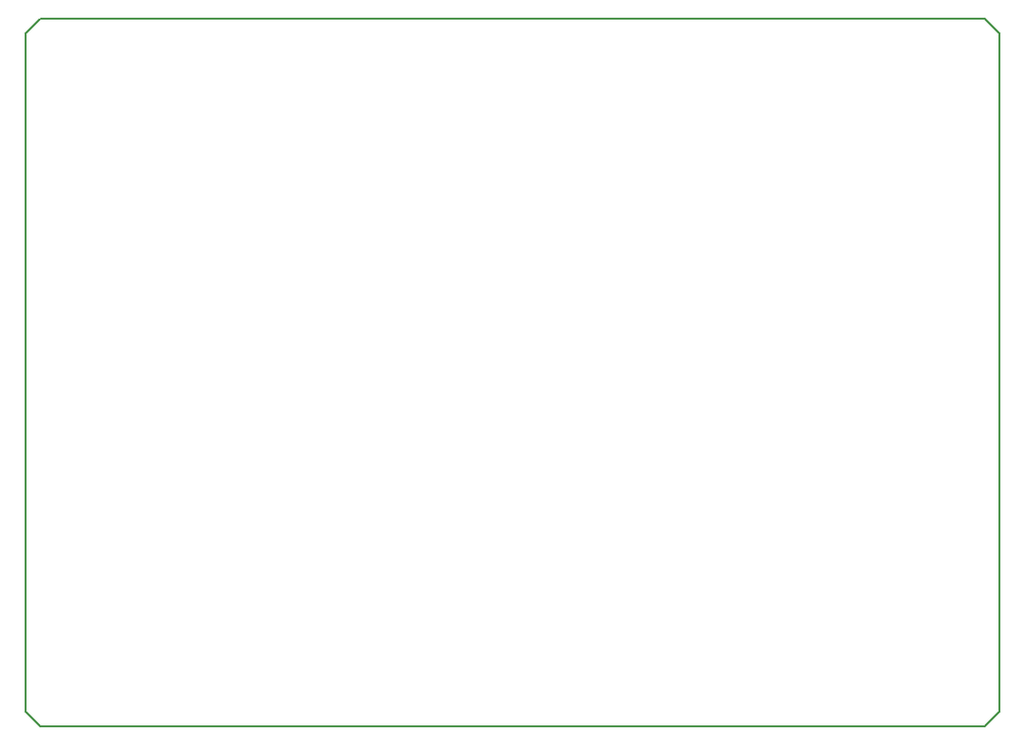
<source format=gm1>
G04 #@! TF.FileFunction,Profile,NP*
%FSLAX46Y46*%
G04 Gerber Fmt 4.6, Leading zero omitted, Abs format (unit mm)*
G04 Created by KiCad (PCBNEW 4.0.7) date Mon Apr 30 03:51:18 2018*
%MOMM*%
%LPD*%
G01*
G04 APERTURE LIST*
%ADD10C,0.100000*%
%ADD11C,0.150000*%
G04 APERTURE END LIST*
D10*
D11*
X25400000Y-26670000D02*
X25400000Y-85090000D01*
X107950000Y-25400000D02*
X26670000Y-25400000D01*
X107950000Y-86360000D02*
X26670000Y-86360000D01*
X109220000Y-85090000D02*
X107950000Y-86360000D01*
X109220000Y-26670000D02*
X109220000Y-85090000D01*
X107950000Y-25400000D02*
X109220000Y-26670000D01*
X25400000Y-26670000D02*
X26670000Y-25400000D01*
X26670000Y-86360000D02*
X25400000Y-85090000D01*
M02*

</source>
